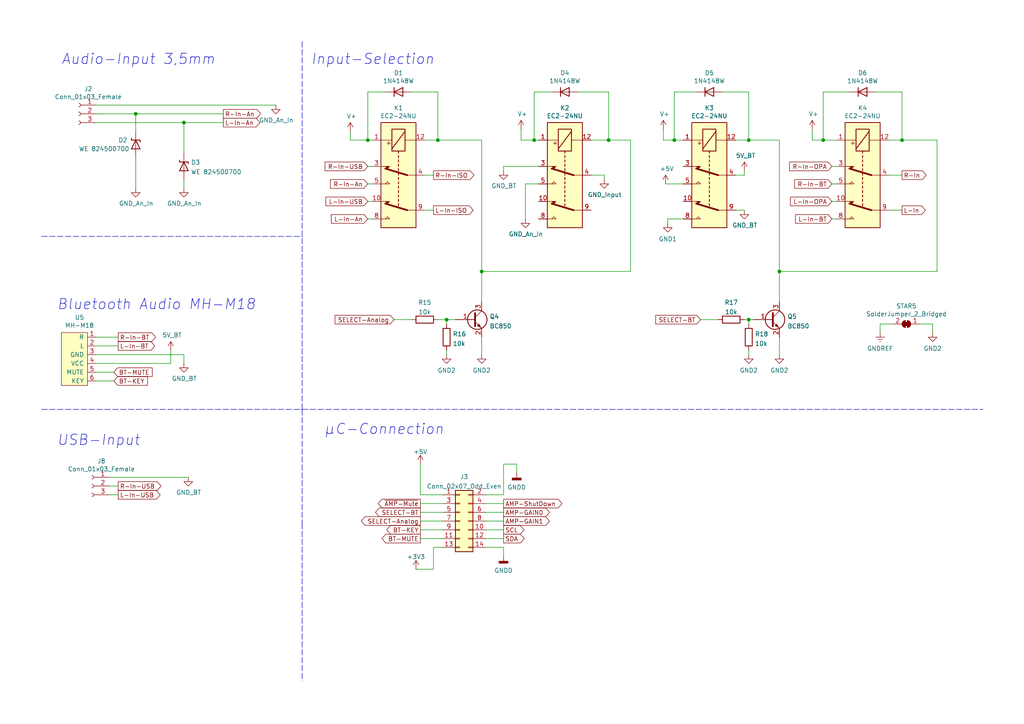
<source format=kicad_sch>
(kicad_sch (version 20211123) (generator eeschema)
  (paper "A4")
  (title_block (date "2020-05-23") (rev "1"))
  (lib_symbols
    (symbol "Connector:Conn_01x03_Female" (pin_names (offset 1.016) hide)
      (property "Reference" "J" (at 0 5.08 0))
      (property "Value" "Conn_01x03_Female" (at 0 -5.08 0))
      (symbol "Conn_01x03_Female_1_1"
        (arc (start 0 -2.032) (mid -0.508 -2.54) (end 0 -3.048) (stroke (width 0.1524)))
        (polyline (pts (xy -1.27 -2.54) (xy -0.508 -2.54)) (stroke (width 0.1524)))
        (polyline (pts (xy -1.27 0) (xy -0.508 0)) (stroke (width 0.1524)))
        (polyline (pts (xy -1.27 2.54) (xy -0.508 2.54)) (stroke (width 0.1524)))
        (arc (start 0 0.508) (mid -0.508 0) (end 0 -0.508) (stroke (width 0.1524)))
        (arc (start 0 3.048) (mid -0.508 2.54) (end 0 2.032) (stroke (width 0.1524)))
        (pin passive line (at -5.08 2.54 0) (length 3.81) (name "Pin_1") (number "1"))
        (pin passive line (at -5.08 0 0) (length 3.81) (name "Pin_2") (number "2"))
        (pin passive line (at -5.08 -2.54 0) (length 3.81) (name "Pin_3") (number "3"))
      )
    )
    (symbol "Connector_Generic:Conn_02x07_Odd_Even" (pin_names (offset 1.016) hide)
      (property "Reference" "J" (at 1.27 10.16 0))
      (property "Value" "Conn_02x07_Odd_Even" (at 1.27 -10.16 0))
      (symbol "Conn_02x07_Odd_Even_1_1"
        (rectangle (start -1.27 -7.493) (end 0 -7.747) (stroke (width 0.1524)))
        (rectangle (start -1.27 -4.953) (end 0 -5.207) (stroke (width 0.1524)))
        (rectangle (start -1.27 -2.413) (end 0 -2.667) (stroke (width 0.1524)))
        (rectangle (start -1.27 0.127) (end 0 -0.127) (stroke (width 0.1524)))
        (rectangle (start -1.27 2.667) (end 0 2.413) (stroke (width 0.1524)))
        (rectangle (start -1.27 5.207) (end 0 4.953) (stroke (width 0.1524)))
        (rectangle (start -1.27 7.747) (end 0 7.493) (stroke (width 0.1524)))
        (rectangle (start -1.27 8.89) (end 3.81 -8.89) (stroke (width 0.254)) (fill (type background)))
        (rectangle (start 3.81 -7.493) (end 2.54 -7.747) (stroke (width 0.1524)))
        (rectangle (start 3.81 -4.953) (end 2.54 -5.207) (stroke (width 0.1524)))
        (rectangle (start 3.81 -2.413) (end 2.54 -2.667) (stroke (width 0.1524)))
        (rectangle (start 3.81 0.127) (end 2.54 -0.127) (stroke (width 0.1524)))
        (rectangle (start 3.81 2.667) (end 2.54 2.413) (stroke (width 0.1524)))
        (rectangle (start 3.81 5.207) (end 2.54 4.953) (stroke (width 0.1524)))
        (rectangle (start 3.81 7.747) (end 2.54 7.493) (stroke (width 0.1524)))
        (pin passive line (at -5.08 7.62 0) (length 3.81) (name "Pin_1") (number "1"))
        (pin passive line (at 7.62 -2.54 180) (length 3.81) (name "Pin_10") (number "10"))
        (pin passive line (at -5.08 -5.08 0) (length 3.81) (name "Pin_11") (number "11"))
        (pin passive line (at 7.62 -5.08 180) (length 3.81) (name "Pin_12") (number "12"))
        (pin passive line (at -5.08 -7.62 0) (length 3.81) (name "Pin_13") (number "13"))
        (pin passive line (at 7.62 -7.62 180) (length 3.81) (name "Pin_14") (number "14"))
        (pin passive line (at 7.62 7.62 180) (length 3.81) (name "Pin_2") (number "2"))
        (pin passive line (at -5.08 5.08 0) (length 3.81) (name "Pin_3") (number "3"))
        (pin passive line (at 7.62 5.08 180) (length 3.81) (name "Pin_4") (number "4"))
        (pin passive line (at -5.08 2.54 0) (length 3.81) (name "Pin_5") (number "5"))
        (pin passive line (at 7.62 2.54 180) (length 3.81) (name "Pin_6") (number "6"))
        (pin passive line (at -5.08 0 0) (length 3.81) (name "Pin_7") (number "7"))
        (pin passive line (at 7.62 0 180) (length 3.81) (name "Pin_8") (number "8"))
        (pin passive line (at -5.08 -2.54 0) (length 3.81) (name "Pin_9") (number "9"))
      )
    )
    (symbol "Device:R" (pin_numbers hide) (pin_names (offset 0))
      (property "Reference" "R" (at 2.032 0 90))
      (property "Value" "R" (at 0 0 90))
      (symbol "R_0_1"
        (rectangle (start -1.016 -2.54) (end 1.016 2.54) (stroke (width 0.254)))
      )
      (symbol "R_1_1"
        (pin passive line (at 0 3.81 270) (length 1.27) (name "~") (number "1"))
        (pin passive line (at 0 -3.81 90) (length 1.27) (name "~") (number "2"))
      )
    )
    (symbol "Diode:1N4148W" (pin_numbers hide) (pin_names (offset 1.016) hide)
      (property "Reference" "D" (at 0 2.54 0))
      (property "Value" "1N4148W" (at 0 -2.54 0))
      (symbol "1N4148W_0_1"
        (polyline (pts (xy -1.27 1.27) (xy -1.27 -1.27)) (stroke (width 0.254)))
        (polyline (pts (xy 1.27 0) (xy -1.27 0)))
        (polyline (pts (xy 1.27 1.27) (xy 1.27 -1.27) (xy -1.27 0) (xy 1.27 1.27)) (stroke (width 0.254)))
      )
      (symbol "1N4148W_1_1"
        (pin passive line (at -3.81 0 0) (length 2.54) (name "K") (number "1"))
        (pin passive line (at 3.81 0 180) (length 2.54) (name "A") (number "2"))
      )
    )
    (symbol "Jumper:SolderJumper_2_Bridged" (pin_names (offset 0) hide)
      (property "Reference" "JP" (at 0 2.032 0))
      (property "Value" "SolderJumper_2_Bridged" (at 0 -2.54 0))
      (symbol "SolderJumper_2_Bridged_0_1"
        (rectangle (start -0.508 0.508) (end 0.508 -0.508) (fill (type outline)))
        (arc (start -0.254 1.016) (mid -1.27 0) (end -0.254 -1.016))
        (arc (start -0.254 1.016) (mid -1.27 0) (end -0.254 -1.016) (fill (type outline)))
        (polyline (pts (xy -0.254 1.016) (xy -0.254 -1.016)))
        (polyline (pts (xy 0.254 1.016) (xy 0.254 -1.016)))
        (arc (start 0.254 -1.016) (mid 1.27 0) (end 0.254 1.016))
        (arc (start 0.254 -1.016) (mid 1.27 0) (end 0.254 1.016) (fill (type outline)))
      )
      (symbol "SolderJumper_2_Bridged_1_1"
        (pin passive line (at -3.81 0 0) (length 2.54) (name "A") (number "1"))
        (pin passive line (at 3.81 0 180) (length 2.54) (name "B") (number "2"))
      )
    )
    (symbol "LagerVerwaltung:D_TVS_UNI" (pin_numbers hide) (pin_names (offset 1.016) hide)
      (property "Reference" "D" (at 0 -1.27 0))
      (property "Value" "D_TVS_UNI" (at 0 -6.35 0))
      (symbol "D_TVS_UNI_0_1"
        (polyline (pts (xy -1.27 -2.54) (xy 1.27 -3.81) (xy -1.27 -5.08) (xy -1.27 -2.54)) (stroke (width 0.254)))
      )
      (symbol "D_TVS_UNI_1_1"
        (polyline (pts (xy 1.27 -3.81) (xy -1.27 -3.81)))
        (polyline (pts (xy 1.778 -2.54) (xy 1.27 -2.54) (xy 1.27 -5.08) (xy 0.762 -5.08)) (stroke (width 0.254)))
        (pin passive line (at 3.81 -3.81 180) (length 2.54) (name "K") (number "1"))
        (pin passive line (at -3.81 -3.81 0) (length 2.54) (name "A") (number "2"))
      )
    )
    (symbol "MyLib:MH-M18" (pin_names (offset 1.016))
      (property "Reference" "U" (at -3.81 11.43 0))
      (property "Value" "MyLib_MH-M18" (at -3.81 8.89 0))
      (symbol "MH-M18_0_1"
        (rectangle (start -3.81 7.62) (end 3.81 -7.62) (fill (type background)))
      )
      (symbol "MH-M18_1_1"
        (pin output line (at 6.35 6.35 180) (length 2.54) (name "R") (number "1"))
        (pin output line (at 6.35 3.81 180) (length 2.54) (name "L") (number "2"))
        (pin power_in line (at 6.35 1.27 180) (length 2.54) (name "GND") (number "3"))
        (pin power_in line (at 6.35 -1.27 180) (length 2.54) (name "VCC") (number "4"))
        (pin input line (at 6.35 -3.81 180) (length 2.54) (name "MUTE") (number "5"))
        (pin input line (at 6.35 -6.35 180) (length 2.54) (name "KEY") (number "6"))
      )
    )
    (symbol "MyLib:V+" (power) (pin_names (offset 0))
      (property "Value" "MyLib_V+" (at 0 3.556 0))
      (symbol "V+_0_1"
        (polyline (pts (xy -0.762 1.27) (xy 0 2.54)))
        (polyline (pts (xy 0 0) (xy 0 2.54)))
        (polyline (pts (xy 0 2.54) (xy 0.762 1.27)))
      )
      (symbol "V+_1_1"
        (pin power_in line (at 0 0 90) (length 0) hide (name "V+") (number "1"))
      )
    )
    (symbol "OfficeAmp:5V_BT" (power) (pin_names (offset 0))
      (property "Value" "5V_BT" (at 0 3.556 0))
      (symbol "5V_BT_0_1"
        (polyline (pts (xy -0.762 1.27) (xy 0 2.54)))
        (polyline (pts (xy 0 0) (xy 0 2.54)))
        (polyline (pts (xy 0 2.54) (xy 0.762 1.27)))
      )
      (symbol "5V_BT_1_1"
        (pin power_in line (at 0 0 90) (length 0) hide (name "5V_BT") (number "1"))
      )
    )
    (symbol "OfficeAmp:GND_An_In" (power) (pin_names (offset 0))
      (property "Value" "GND_An_In" (at 0 -3.81 0))
      (symbol "GND_An_In_0_1"
        (polyline (pts (xy 0 0) (xy 0 -1.27) (xy 1.27 -1.27) (xy 0 -2.54) (xy -1.27 -1.27) (xy 0 -1.27)))
      )
      (symbol "GND_An_In_1_1"
        (pin power_in line (at 0 0 270) (length 0) hide (name "GND_An_In") (number "1"))
      )
    )
    (symbol "OfficeAmp:GND_BT" (power) (pin_names (offset 0))
      (property "Value" "GND_BT" (at 0 -3.81 0))
      (symbol "GND_BT_0_1"
        (polyline (pts (xy 0 0) (xy 0 -1.27) (xy 1.27 -1.27) (xy 0 -2.54) (xy -1.27 -1.27) (xy 0 -1.27)))
      )
      (symbol "GND_BT_1_1"
        (pin power_in line (at 0 0 270) (length 0) hide (name "GND_BT") (number "1"))
      )
    )
    (symbol "OfficeAmp:GND_Input" (power) (pin_names (offset 0))
      (property "Value" "GND_Input" (at 0 -3.81 0))
      (symbol "GND_Input_0_1"
        (polyline (pts (xy 0 0) (xy 0 -1.27) (xy 1.27 -1.27) (xy 0 -2.54) (xy -1.27 -1.27) (xy 0 -1.27)))
      )
      (symbol "GND_Input_1_1"
        (pin power_in line (at 0 0 270) (length 0) hide (name "GND_Input") (number "1"))
      )
    )
    (symbol "OfficeAmp:GND_USB" (power) (pin_names (offset 0))
      (property "Value" "GND_USB" (at 0 -3.81 0))
      (symbol "GND_USB_0_1"
        (polyline (pts (xy 0 0) (xy 0 -1.27) (xy 1.27 -1.27) (xy 0 -2.54) (xy -1.27 -1.27) (xy 0 -1.27)))
      )
      (symbol "GND_USB_1_1"
        (pin power_in line (at 0 0 270) (length 0) hide (name "GND_BT") (number "1"))
      )
    )
    (symbol "Relay:EC2-24NU"
      (property "Reference" "K" (at 15.24 8.89 0))
      (property "Value" "EC2-24NU" (at 19.05 6.35 0))
      (symbol "EC2-24NU_1_1"
        (rectangle (start -15.24 5.08) (end 15.24 -5.08) (stroke (width 0.254)) (fill (type background)))
        (rectangle (start -13.335 1.905) (end -6.985 -1.905) (stroke (width 0.254)))
        (polyline (pts (xy -12.7 -1.905) (xy -7.62 1.905)) (stroke (width 0.254)))
        (polyline (pts (xy -10.16 -5.08) (xy -10.16 -1.905)))
        (polyline (pts (xy -10.16 5.08) (xy -10.16 1.905)))
        (polyline (pts (xy -6.985 0) (xy -6.35 0)) (stroke (width 0.254)))
        (polyline (pts (xy -5.715 0) (xy -5.08 0)) (stroke (width 0.254)))
        (polyline (pts (xy -4.445 0) (xy -3.81 0)) (stroke (width 0.254)))
        (polyline (pts (xy -3.175 0) (xy -2.54 0)) (stroke (width 0.254)))
        (polyline (pts (xy -1.905 0) (xy -1.27 0)) (stroke (width 0.254)))
        (polyline (pts (xy -0.635 0) (xy 0 0)) (stroke (width 0.254)))
        (polyline (pts (xy 0 -2.54) (xy -1.905 3.81)) (stroke (width 0.508)))
        (polyline (pts (xy 0 -2.54) (xy 0 -5.08)))
        (polyline (pts (xy 0.635 0) (xy 1.27 0)) (stroke (width 0.254)))
        (polyline (pts (xy 1.905 0) (xy 2.54 0)) (stroke (width 0.254)))
        (polyline (pts (xy 3.175 0) (xy 3.81 0)) (stroke (width 0.254)))
        (polyline (pts (xy 4.445 0) (xy 5.08 0)) (stroke (width 0.254)))
        (polyline (pts (xy 5.715 0) (xy 6.35 0)) (stroke (width 0.254)))
        (polyline (pts (xy 6.985 0) (xy 7.62 0)) (stroke (width 0.254)))
        (polyline (pts (xy 8.255 0) (xy 8.89 0)) (stroke (width 0.254)))
        (polyline (pts (xy 10.16 -2.54) (xy 8.255 3.81)) (stroke (width 0.508)))
        (polyline (pts (xy 10.16 -2.54) (xy 10.16 -5.08)))
        (polyline (pts (xy -2.54 5.08) (xy -2.54 2.54) (xy -1.905 3.175) (xy -2.54 3.81)) (fill (type outline)))
        (polyline (pts (xy 2.54 5.08) (xy 2.54 2.54) (xy 1.905 3.175) (xy 2.54 3.81)))
        (polyline (pts (xy 7.62 5.08) (xy 7.62 2.54) (xy 8.255 3.175) (xy 7.62 3.81)) (fill (type outline)))
        (polyline (pts (xy 12.7 5.08) (xy 12.7 2.54) (xy 12.065 3.175) (xy 12.7 3.81)))
        (text "+" (at -9.271 2.921 0) (effects (font (size 1.27 1.27))))
        (pin passive line (at -10.16 7.62 270) (length 2.54) (name "~") (number "1"))
        (pin passive line (at 7.62 7.62 270) (length 2.54) (name "~") (number "10"))
        (pin passive line (at -10.16 -7.62 90) (length 2.54) (name "~") (number "12"))
        (pin passive line (at -2.54 7.62 270) (length 2.54) (name "~") (number "3"))
        (pin passive line (at 0 -7.62 90) (length 2.54) (name "~") (number "4"))
        (pin passive line (at 2.54 7.62 270) (length 2.54) (name "~") (number "5"))
        (pin passive line (at 12.7 7.62 270) (length 2.54) (name "~") (number "8"))
        (pin passive line (at 10.16 -7.62 90) (length 2.54) (name "~") (number "9"))
      )
    )
    (symbol "Transistor_BJT:BC850" (pin_names (offset 0) hide)
      (property "Reference" "Q" (at 5.08 1.905 0))
      (property "Value" "BC850" (at 5.08 0 0))
      (symbol "BC850_0_1"
        (polyline (pts (xy 0.635 0.635) (xy 2.54 2.54)))
        (polyline (pts (xy 0.635 -0.635) (xy 2.54 -2.54) (xy 2.54 -2.54)))
        (polyline (pts (xy 0.635 1.905) (xy 0.635 -1.905) (xy 0.635 -1.905)) (stroke (width 0.508)))
        (polyline (pts (xy 1.27 -1.778) (xy 1.778 -1.27) (xy 2.286 -2.286) (xy 1.27 -1.778) (xy 1.27 -1.778)) (fill (type outline)))
        (circle (center 1.27 0) (radius 2.8194) (stroke (width 0.254)))
      )
      (symbol "BC850_1_1"
        (pin input line (at -5.08 0 0) (length 5.715) (name "B") (number "1"))
        (pin passive line (at 2.54 -5.08 90) (length 2.54) (name "E") (number "2"))
        (pin passive line (at 2.54 5.08 270) (length 2.54) (name "C") (number "3"))
      )
    )
    (symbol "power:+3V3" (power) (pin_names (offset 0))
      (property "Value" "+3V3" (at 0 3.556 0))
      (symbol "+3V3_0_1"
        (polyline (pts (xy -0.762 1.27) (xy 0 2.54)))
        (polyline (pts (xy 0 0) (xy 0 2.54)))
        (polyline (pts (xy 0 2.54) (xy 0.762 1.27)))
      )
      (symbol "+3V3_1_1"
        (pin power_in line (at 0 0 90) (length 0) hide (name "+3V3") (number "1"))
      )
    )
    (symbol "power:+5V" (power) (pin_names (offset 0))
      (property "Value" "+5V" (at 0 3.556 0))
      (symbol "+5V_0_1"
        (polyline (pts (xy -0.762 1.27) (xy 0 2.54)))
        (polyline (pts (xy 0 0) (xy 0 2.54)))
        (polyline (pts (xy 0 2.54) (xy 0.762 1.27)))
      )
      (symbol "+5V_1_1"
        (pin power_in line (at 0 0 90) (length 0) hide (name "+5V") (number "1"))
      )
    )
    (symbol "power:GND1" (power) (pin_names (offset 0))
      (property "Value" "GND1" (at 0 -3.81 0))
      (symbol "GND1_0_1"
        (polyline (pts (xy 0 0) (xy 0 -1.27) (xy 1.27 -1.27) (xy 0 -2.54) (xy -1.27 -1.27) (xy 0 -1.27)))
      )
      (symbol "GND1_1_1"
        (pin power_in line (at 0 0 270) (length 0) hide (name "GND1") (number "1"))
      )
    )
    (symbol "power:GND2" (power) (pin_names (offset 0))
      (property "Value" "GND2" (at 0 -3.81 0))
      (symbol "GND2_0_1"
        (polyline (pts (xy 0 0) (xy 0 -1.27) (xy 1.27 -1.27) (xy 0 -2.54) (xy -1.27 -1.27) (xy 0 -1.27)))
      )
      (symbol "GND2_1_1"
        (pin power_in line (at 0 0 270) (length 0) hide (name "GND2") (number "1"))
      )
    )
    (symbol "power:GNDD" (power) (pin_names (offset 0))
      (property "Value" "GNDD" (at 0 -3.175 0))
      (symbol "GNDD_0_1"
        (rectangle (start -1.27 -1.524) (end 1.27 -2.032) (stroke (width 0.254)) (fill (type outline)))
        (polyline (pts (xy 0 0) (xy 0 -1.524)))
      )
      (symbol "GNDD_1_1"
        (pin power_in line (at 0 0 270) (length 0) hide (name "GNDD") (number "1"))
      )
    )
    (symbol "power:GNDREF" (power) (pin_names (offset 0))
      (property "Value" "GNDREF" (at 0 -3.81 0))
      (symbol "GNDREF_0_1"
        (polyline (pts (xy -0.635 -1.905) (xy 0.635 -1.905)))
        (polyline (pts (xy -0.127 -2.54) (xy 0.127 -2.54)))
        (polyline (pts (xy 0 -1.27) (xy 0 0)))
        (polyline (pts (xy 1.27 -1.27) (xy -1.27 -1.27)))
      )
      (symbol "GNDREF_1_1"
        (pin power_in line (at 0 0 270) (length 0) hide (name "GNDREF") (number "1"))
      )
    )
  )
  (junction (at 217.17 40.64))
  (junction (at 154.94 40.64))
  (junction (at 176.53 40.64))
  (junction (at 53.34 35.56))
  (junction (at 106.68 40.64))
  (junction (at 127 40.64))
  (junction (at 195.58 40.64))
  (junction (at 261.62 40.64))
  (junction (at 39.37 33.02))
  (junction (at 217.17 92.71))
  (junction (at 139.7 78.74))
  (junction (at 129.54 92.71))
  (junction (at 226.06 78.74))
  (junction (at 238.76 40.64))
  (polyline (pts (xy 12.065 118.745) (xy 87.63 118.745)))
  (wire (pts (xy 140.97 143.51) (xy 146.05 143.51)))
  (wire (pts (xy 139.7 97.79) (xy 139.7 102.87)))
  (wire (pts (xy 193.04 53.34) (xy 198.12 53.34)))
  (wire (pts (xy 192.405 37.465) (xy 192.405 40.64)))
  (wire (pts (xy 106.68 40.64) (xy 107.95 40.64)))
  (wire (pts (xy 121.92 153.67) (xy 128.27 153.67)))
  (wire (pts (xy 106.68 63.5) (xy 107.95 63.5)))
  (wire (pts (xy 53.34 35.56) (xy 64.77 35.56)))
  (wire (pts (xy 175.26 50.8) (xy 175.26 52.07)))
  (wire (pts (xy 215.9 92.71) (xy 217.17 92.71)))
  (wire (pts (xy 106.68 58.42) (xy 107.95 58.42)))
  (wire (pts (xy 152.4 63.5) (xy 152.4 53.34)))
  (wire (pts (xy 121.92 148.59) (xy 128.27 148.59)))
  (wire (pts (xy 140.97 146.05) (xy 146.05 146.05)))
  (wire (pts (xy 53.34 35.56) (xy 53.34 44.45)))
  (wire (pts (xy 114.3 92.71) (xy 119.38 92.71)))
  (wire (pts (xy 217.17 92.71) (xy 217.17 93.98)))
  (wire (pts (xy 217.17 101.6) (xy 217.17 102.87)))
  (wire (pts (xy 261.62 40.64) (xy 271.78 40.64)))
  (wire (pts (xy 140.97 153.67) (xy 146.05 153.67)))
  (wire (pts (xy 27.94 107.95) (xy 33.02 107.95)))
  (wire (pts (xy 139.7 40.64) (xy 139.7 78.74)))
  (wire (pts (xy 213.36 50.8) (xy 215.9 50.8)))
  (wire (pts (xy 27.94 35.56) (xy 53.34 35.56)))
  (wire (pts (xy 192.405 40.64) (xy 195.58 40.64)))
  (polyline (pts (xy 12.065 68.58) (xy 87.63 68.58)))
  (wire (pts (xy 123.19 60.96) (xy 125.73 60.96)))
  (wire (pts (xy 151.13 40.64) (xy 154.94 40.64)))
  (wire (pts (xy 257.81 60.96) (xy 261.62 60.96)))
  (wire (pts (xy 121.92 151.13) (xy 128.27 151.13)))
  (wire (pts (xy 154.94 26.67) (xy 154.94 40.64)))
  (wire (pts (xy 31.75 138.43) (xy 54.61 138.43)))
  (wire (pts (xy 106.68 26.67) (xy 106.68 40.64)))
  (wire (pts (xy 39.37 54.61) (xy 39.37 45.72)))
  (wire (pts (xy 195.58 26.67) (xy 195.58 40.64)))
  (wire (pts (xy 27.94 97.79) (xy 34.29 97.79)))
  (wire (pts (xy 217.17 40.64) (xy 217.17 26.67)))
  (wire (pts (xy 195.58 40.64) (xy 198.12 40.64)))
  (wire (pts (xy 193.675 64.77) (xy 193.675 63.5)))
  (wire (pts (xy 140.97 158.75) (xy 146.05 158.75)))
  (wire (pts (xy 39.37 33.02) (xy 64.77 33.02)))
  (wire (pts (xy 128.27 143.51) (xy 121.92 143.51)))
  (wire (pts (xy 31.75 140.97) (xy 34.29 140.97)))
  (wire (pts (xy 171.45 50.8) (xy 175.26 50.8)))
  (wire (pts (xy 139.7 78.74) (xy 139.7 87.63)))
  (wire (pts (xy 27.94 33.02) (xy 39.37 33.02)))
  (wire (pts (xy 238.76 26.67) (xy 238.76 40.64)))
  (wire (pts (xy 39.37 33.02) (xy 39.37 38.1)))
  (wire (pts (xy 213.36 40.64) (xy 217.17 40.64)))
  (wire (pts (xy 49.53 105.41) (xy 49.53 101.6)))
  (wire (pts (xy 154.94 40.64) (xy 156.21 40.64)))
  (wire (pts (xy 27.94 105.41) (xy 49.53 105.41)))
  (wire (pts (xy 152.4 53.34) (xy 156.21 53.34)))
  (wire (pts (xy 146.05 49.53) (xy 146.05 48.26)))
  (wire (pts (xy 217.17 40.64) (xy 226.06 40.64)))
  (polyline (pts (xy 87.63 118.745) (xy 285.115 118.745)))
  (wire (pts (xy 203.2 92.71) (xy 208.28 92.71)))
  (wire (pts (xy 27.94 102.87) (xy 53.34 102.87)))
  (wire (pts (xy 241.3 63.5) (xy 242.57 63.5)))
  (wire (pts (xy 271.78 40.64) (xy 271.78 78.74)))
  (wire (pts (xy 241.3 48.26) (xy 242.57 48.26)))
  (wire (pts (xy 53.34 102.87) (xy 53.34 105.41)))
  (wire (pts (xy 241.3 58.42) (xy 242.57 58.42)))
  (wire (pts (xy 154.94 26.67) (xy 160.02 26.67)))
  (wire (pts (xy 271.78 78.74) (xy 226.06 78.74)))
  (wire (pts (xy 257.81 50.8) (xy 261.62 50.8)))
  (wire (pts (xy 241.3 53.34) (xy 242.57 53.34)))
  (wire (pts (xy 140.97 148.59) (xy 146.05 148.59)))
  (wire (pts (xy 270.51 93.98) (xy 270.51 96.52)))
  (wire (pts (xy 149.86 134.62) (xy 149.86 137.16)))
  (wire (pts (xy 215.9 50.8) (xy 215.9 49.53)))
  (wire (pts (xy 127 40.64) (xy 127 26.67)))
  (wire (pts (xy 121.92 143.51) (xy 121.92 134.62)))
  (wire (pts (xy 140.97 151.13) (xy 146.05 151.13)))
  (wire (pts (xy 125.73 158.75) (xy 128.27 158.75)))
  (wire (pts (xy 129.54 92.71) (xy 132.08 92.71)))
  (wire (pts (xy 101.6 38.1) (xy 101.6 40.64)))
  (wire (pts (xy 261.62 40.64) (xy 261.62 26.67)))
  (wire (pts (xy 176.53 40.64) (xy 182.88 40.64)))
  (wire (pts (xy 106.68 48.26) (xy 107.95 48.26)))
  (wire (pts (xy 176.53 26.67) (xy 167.64 26.67)))
  (wire (pts (xy 226.06 40.64) (xy 226.06 78.74)))
  (wire (pts (xy 257.81 40.64) (xy 261.62 40.64)))
  (wire (pts (xy 106.68 53.34) (xy 107.95 53.34)))
  (wire (pts (xy 151.13 37.465) (xy 151.13 40.64)))
  (wire (pts (xy 238.76 40.64) (xy 242.57 40.64)))
  (wire (pts (xy 27.94 30.48) (xy 80.01 30.48)))
  (polyline (pts (xy 87.63 151.765) (xy 87.63 197.485)))
  (wire (pts (xy 129.54 92.71) (xy 129.54 93.98)))
  (polyline (pts (xy 87.63 118.745) (xy 87.63 151.765)))
  (wire (pts (xy 255.27 93.98) (xy 259.08 93.98)))
  (wire (pts (xy 226.06 97.79) (xy 226.06 102.87)))
  (wire (pts (xy 176.53 40.64) (xy 176.53 26.67)))
  (wire (pts (xy 127 40.64) (xy 139.7 40.64)))
  (wire (pts (xy 123.19 40.64) (xy 127 40.64)))
  (wire (pts (xy 266.7 93.98) (xy 270.51 93.98)))
  (wire (pts (xy 129.54 101.6) (xy 129.54 102.87)))
  (wire (pts (xy 27.94 100.33) (xy 34.29 100.33)))
  (wire (pts (xy 53.34 54.61) (xy 53.34 52.07)))
  (wire (pts (xy 146.05 134.62) (xy 149.86 134.62)))
  (wire (pts (xy 106.68 26.67) (xy 111.76 26.67)))
  (wire (pts (xy 146.05 48.26) (xy 156.21 48.26)))
  (wire (pts (xy 127 92.71) (xy 129.54 92.71)))
  (wire (pts (xy 120.65 165.1) (xy 125.73 165.1)))
  (wire (pts (xy 101.6 40.64) (xy 106.68 40.64)))
  (wire (pts (xy 123.19 50.8) (xy 125.73 50.8)))
  (wire (pts (xy 235.585 37.465) (xy 235.585 40.64)))
  (wire (pts (xy 125.73 165.1) (xy 125.73 158.75)))
  (wire (pts (xy 127 26.67) (xy 119.38 26.67)))
  (wire (pts (xy 31.75 143.51) (xy 34.29 143.51)))
  (wire (pts (xy 226.06 78.74) (xy 226.06 87.63)))
  (wire (pts (xy 146.05 143.51) (xy 146.05 134.62)))
  (wire (pts (xy 235.585 40.64) (xy 238.76 40.64)))
  (wire (pts (xy 217.17 92.71) (xy 218.44 92.71)))
  (wire (pts (xy 217.17 26.67) (xy 209.55 26.67)))
  (wire (pts (xy 139.7 78.74) (xy 182.88 78.74)))
  (wire (pts (xy 255.27 96.52) (xy 255.27 93.98)))
  (wire (pts (xy 201.93 26.67) (xy 195.58 26.67)))
  (wire (pts (xy 213.36 60.96) (xy 215.9 60.96)))
  (wire (pts (xy 193.675 63.5) (xy 198.12 63.5)))
  (wire (pts (xy 121.92 146.05) (xy 128.27 146.05)))
  (wire (pts (xy 140.97 156.21) (xy 146.05 156.21)))
  (wire (pts (xy 261.62 26.67) (xy 254 26.67)))
  (polyline (pts (xy 87.63 12.065) (xy 87.63 68.58)))
  (wire (pts (xy 146.05 158.75) (xy 146.05 161.29)))
  (wire (pts (xy 121.92 156.21) (xy 128.27 156.21)))
  (polyline (pts (xy 87.63 118.745) (xy 87.63 68.58)))
  (wire (pts (xy 182.88 40.64) (xy 182.88 78.74)))
  (wire (pts (xy 171.45 40.64) (xy 176.53 40.64)))
  (wire (pts (xy 246.38 26.67) (xy 238.76 26.67)))
  (wire (pts (xy 27.94 110.49) (xy 33.02 110.49)))
  (text "USB-Input" (at 16.51 129.54 0) (effects (font (size 2.9972 2.9972) italic) (justify left bottom)))
  (text "Bluetooth Audio MH-M18" (at 16.51 90.17 0) (effects (font (size 2.9972 2.9972) italic) (justify left bottom)))
  (text "Audio-Input 3,5mm " (at 17.78 19.05 0) (effects (font (size 2.9972 2.9972) italic) (justify left bottom)))
  (text "Input-Selection" (at 90.17 19.05 0) (effects (font (size 2.9972 2.9972) italic) (justify left bottom)))
  (text "µC-Connection" (at 93.98 126.365 0) (effects (font (size 2.9972 2.9972) italic) (justify left bottom)))
  (global_label "L-In-An" (shape output) (at 64.77 35.56 0) (property "Intersheet References" "${INTERSHEET_REFS}" (effects hide)))
  (global_label "SCL" (shape output) (at 146.05 153.67 0) (property "Intersheet References" "${INTERSHEET_REFS}" (effects hide)))
  (global_label "L-In-USB" (shape input) (at 106.68 58.42 180) (property "Intersheet References" "${INTERSHEET_REFS}" (effects hide)))
  (global_label "L-In-BT" (shape output) (at 34.29 100.33 0) (property "Intersheet References" "${INTERSHEET_REFS}" (effects hide)))
  (global_label "L-In-BT" (shape input) (at 241.3 63.5 180) (property "Intersheet References" "${INTERSHEET_REFS}" (effects hide)))
  (global_label "R-In-ISO" (shape output) (at 125.73 50.8 0) (property "Intersheet References" "${INTERSHEET_REFS}" (effects hide)))
  (global_label "R-In-BT" (shape output) (at 34.29 97.79 0) (property "Intersheet References" "${INTERSHEET_REFS}" (effects hide)))
  (global_label "R-In-OPA" (shape input) (at 241.3 48.26 180) (property "Intersheet References" "${INTERSHEET_REFS}" (effects hide)))
  (global_label "L-In-OPA" (shape input) (at 241.3 58.42 180) (property "Intersheet References" "${INTERSHEET_REFS}" (effects hide)))
  (global_label "R-In-USB" (shape output) (at 34.29 140.97 0) (property "Intersheet References" "${INTERSHEET_REFS}" (effects hide)))
  (global_label "AMP-GAIN1" (shape output) (at 146.05 151.13 0) (property "Intersheet References" "${INTERSHEET_REFS}" (effects hide)))
  (global_label "R-In-An" (shape output) (at 64.77 33.02 0) (property "Intersheet References" "${INTERSHEET_REFS}" (effects hide)))
  (global_label "L-In-An" (shape input) (at 106.68 63.5 180) (property "Intersheet References" "${INTERSHEET_REFS}" (effects hide)))
  (global_label "~{AMP-Mute}" (shape output) (at 121.92 146.05 180) (property "Intersheet References" "${INTERSHEET_REFS}" (effects hide)))
  (global_label "SELECT-BT" (shape output) (at 121.92 148.59 180) (property "Intersheet References" "${INTERSHEET_REFS}" (effects hide)))
  (global_label "BT-MUTE" (shape input) (at 33.02 107.95 0) (property "Intersheet References" "${INTERSHEET_REFS}" (effects hide)))
  (global_label "BT-KEY" (shape output) (at 121.92 153.67 180) (property "Intersheet References" "${INTERSHEET_REFS}" (effects hide)))
  (global_label "L-In-USB" (shape output) (at 34.29 143.51 0) (property "Intersheet References" "${INTERSHEET_REFS}" (effects hide)))
  (global_label "AMP-ShutDown" (shape output) (at 146.05 146.05 0) (property "Intersheet References" "${INTERSHEET_REFS}" (effects hide)))
  (global_label "R-In" (shape output) (at 261.62 50.8 0) (property "Intersheet References" "${INTERSHEET_REFS}" (effects hide)))
  (global_label "R-In-An" (shape input) (at 106.68 53.34 180) (property "Intersheet References" "${INTERSHEET_REFS}" (effects hide)))
  (global_label "BT-MUTE" (shape output) (at 121.92 156.21 180) (property "Intersheet References" "${INTERSHEET_REFS}" (effects hide)))
  (global_label "SELECT-Analog" (shape input) (at 114.3 92.71 180) (property "Intersheet References" "${INTERSHEET_REFS}" (effects hide)))
  (global_label "R-In-USB" (shape input) (at 106.68 48.26 180) (property "Intersheet References" "${INTERSHEET_REFS}" (effects hide)))
  (global_label "L-In-ISO" (shape output) (at 125.73 60.96 0) (property "Intersheet References" "${INTERSHEET_REFS}" (effects hide)))
  (global_label "R-In-BT" (shape input) (at 241.3 53.34 180) (property "Intersheet References" "${INTERSHEET_REFS}" (effects hide)))
  (global_label "L-In" (shape output) (at 261.62 60.96 0) (property "Intersheet References" "${INTERSHEET_REFS}" (effects hide)))
  (global_label "SELECT-BT" (shape input) (at 203.2 92.71 180) (property "Intersheet References" "${INTERSHEET_REFS}" (effects hide)))
  (global_label "BT-KEY" (shape input) (at 33.02 110.49 0) (property "Intersheet References" "${INTERSHEET_REFS}" (effects hide)))
  (global_label "SELECT-Analog" (shape output) (at 121.92 151.13 180) (property "Intersheet References" "${INTERSHEET_REFS}" (effects hide)))
  (global_label "AMP-GAIN0" (shape output) (at 146.05 148.59 0) (property "Intersheet References" "${INTERSHEET_REFS}" (effects hide)))
  (global_label "SDA" (shape output) (at 146.05 156.21 0) (property "Intersheet References" "${INTERSHEET_REFS}" (effects hide)))
  (symbol (lib_id "MyLib:MH-M18") (at 21.59 104.14 0) (unit 1)
    (property "Reference" "U5" (at 23.0632 92.075 0))
    (property "Value" "MH-M18" (at 23.0632 94.3864 0))
    (property "Footprint" "MyLib:MH-M18" (effects hide))
  )
  (symbol (lib_id "OfficeAmp:5V_BT") (at 49.53 101.6 0) (unit 1)
    (property "Reference" "#PWR0137" (effects hide))
    (property "Value" "5V_BT" (at 49.911 97.2058 0))
  )
  (symbol (lib_id "Relay:EC2-24NU") (at 115.57 50.8 90) (mirror x) (unit 1)
    (property "Reference" "K1" (at 115.57 31.3182 90))
    (property "Value" "EC2-24NU" (at 115.57 33.6296 90))
    (property "Footprint" "Relay_THT:Relay_DPDT_Kemet_EC2" (effects hide))
    (property "Datasheet" "https://content.kemet.com/datasheets/KEM_R7002_EC2_EE2.pdf" (effects hide))
  )
  (symbol (lib_id "Relay:EC2-24NU") (at 163.83 50.8 90) (mirror x) (unit 1)
    (property "Reference" "K2" (at 163.83 31.3182 90))
    (property "Value" "EC2-24NU" (at 163.83 33.6296 90))
    (property "Footprint" "Relay_THT:Relay_DPDT_Kemet_EC2" (effects hide))
    (property "Datasheet" "https://content.kemet.com/datasheets/KEM_R7002_EC2_EE2.pdf" (effects hide))
  )
  (symbol (lib_id "Relay:EC2-24NU") (at 250.19 50.8 90) (mirror x) (unit 1)
    (property "Reference" "K4" (at 250.19 31.3182 90))
    (property "Value" "EC2-24NU" (at 250.19 33.6296 90))
    (property "Footprint" "Relay_THT:Relay_DPDT_Kemet_EC2" (effects hide))
    (property "Datasheet" "https://content.kemet.com/datasheets/KEM_R7002_EC2_EE2.pdf" (effects hide))
  )
  (symbol (lib_id "Relay:EC2-24NU") (at 205.74 50.8 90) (mirror x) (unit 1)
    (property "Reference" "K3" (at 205.74 31.3182 90))
    (property "Value" "EC2-24NU" (at 205.74 33.6296 90))
    (property "Footprint" "Relay_THT:Relay_DPDT_Kemet_EC2" (effects hide))
    (property "Datasheet" "https://content.kemet.com/datasheets/KEM_R7002_EC2_EE2.pdf" (effects hide))
  )
  (symbol (lib_id "OfficeAmp:GND_USB") (at 146.05 49.53 0) (unit 1)
    (property "Reference" "#PWR021" (effects hide))
    (property "Value" "GND_USB" (at 146.177 53.9242 0))
  )
  (symbol (lib_id "OfficeAmp:GND_Input") (at 175.26 52.07 0) (unit 1)
    (property "Reference" "#PWR024" (effects hide))
    (property "Value" "GND_Input" (at 175.387 56.4642 0))
  )
  (symbol (lib_id "Diode:1N4148W") (at 115.57 26.67 0) (unit 1)
    (property "Reference" "D1" (at 115.57 21.1582 0))
    (property "Value" "1N4148W" (at 115.57 23.4696 0))
    (property "Footprint" "Diode_SMD:D_SOD-123" (effects hide))
    (property "Datasheet" "https://www.vishay.com/docs/85748/1n4148w.pdf" (effects hide))
  )
  (symbol (lib_id "Diode:1N4148W") (at 163.83 26.67 0) (unit 1)
    (property "Reference" "D4" (at 163.83 21.1582 0))
    (property "Value" "1N4148W" (at 163.83 23.4696 0))
    (property "Footprint" "Diode_SMD:D_SOD-123" (effects hide))
    (property "Datasheet" "https://www.vishay.com/docs/85748/1n4148w.pdf" (effects hide))
  )
  (symbol (lib_id "Diode:1N4148W") (at 205.74 26.67 0) (unit 1)
    (property "Reference" "D5" (at 205.74 21.1582 0))
    (property "Value" "1N4148W" (at 205.74 23.4696 0))
    (property "Footprint" "Diode_SMD:D_SOD-123" (effects hide))
    (property "Datasheet" "https://www.vishay.com/docs/85748/1n4148w.pdf" (effects hide))
  )
  (symbol (lib_id "Diode:1N4148W") (at 250.19 26.67 0) (unit 1)
    (property "Reference" "D6" (at 250.19 21.1582 0))
    (property "Value" "1N4148W" (at 250.19 23.4696 0))
    (property "Footprint" "Diode_SMD:D_SOD-123" (effects hide))
    (property "Datasheet" "https://www.vishay.com/docs/85748/1n4148w.pdf" (effects hide))
  )
  (symbol (lib_id "power:+5V") (at 193.04 53.34 0) (unit 1)
    (property "Reference" "#PWR025" (effects hide))
    (property "Value" "+5V" (at 193.421 48.9458 0))
  )
  (symbol (lib_id "OfficeAmp:5V_BT") (at 215.9 49.53 0) (unit 1)
    (property "Reference" "#PWR029" (effects hide))
    (property "Value" "5V_BT" (at 216.281 45.1358 0))
  )
  (symbol (lib_id "MyLib:V+") (at 101.6 38.1 0) (unit 1)
    (property "Reference" "#PWR019" (effects hide))
    (property "Value" "V+" (at 101.981 33.7058 0))
  )
  (symbol (lib_id "OfficeAmp:GND_BT") (at 53.34 105.41 0) (unit 1)
    (property "Reference" "#PWR018" (effects hide))
    (property "Value" "GND_BT" (at 53.467 109.8042 0))
  )
  (symbol (lib_id "OfficeAmp:GND_BT") (at 215.9 60.96 0) (unit 1)
    (property "Reference" "#PWR028" (effects hide))
    (property "Value" "GND_BT" (at 216.027 65.3542 0))
  )
  (symbol (lib_id "Connector:Conn_01x03_Female") (at 22.86 33.02 0) (mirror y) (unit 1)
    (property "Reference" "J2" (at 25.6032 25.781 0))
    (property "Value" "Conn_01x03_Female" (at 25.6032 28.0924 0))
    (property "Footprint" "Connector_PinHeader_2.54mm:PinHeader_1x03_P2.54mm_Vertical" (effects hide))
  )
  (symbol (lib_id "OfficeAmp:GND_An_In") (at 53.34 54.61 0) (unit 1)
    (property "Reference" "#PWR0107" (effects hide))
    (property "Value" "GND_An_In" (at 53.467 59.0042 0))
  )
  (symbol (lib_id "OfficeAmp:GND_An_In") (at 39.37 54.61 0) (unit 1)
    (property "Reference" "#PWR0108" (effects hide))
    (property "Value" "GND_An_In" (at 39.497 59.0042 0))
  )
  (symbol (lib_id "OfficeAmp:GND_An_In") (at 152.4 63.5 0) (unit 1)
    (property "Reference" "#PWR0109" (effects hide))
    (property "Value" "GND_An_In" (at 152.527 67.8942 0))
  )
  (symbol (lib_id "Connector:Conn_01x03_Female") (at 26.67 140.97 0) (mirror y) (unit 1)
    (property "Reference" "J8" (at 29.4132 133.731 0))
    (property "Value" "Conn_01x03_Female" (at 29.4132 136.0424 0))
    (property "Footprint" "Connector_PinHeader_2.54mm:PinHeader_1x03_P2.54mm_Vertical" (effects hide))
  )
  (symbol (lib_id "OfficeAmp:GND_USB") (at 54.61 138.43 0) (unit 1)
    (property "Reference" "#PWR020" (effects hide))
    (property "Value" "GND_USB" (at 54.737 142.8242 0))
  )
  (symbol (lib_id "OfficeAmp:GND_An_In") (at 80.01 30.48 0) (unit 1)
    (property "Reference" "#PWR023" (effects hide))
    (property "Value" "GND_An_In" (at 80.137 34.8742 0))
  )
  (symbol (lib_id "Connector_Generic:Conn_02x07_Odd_Even") (at 133.35 151.13 0) (unit 1)
    (property "Reference" "J3" (at 134.62 138.2735 0))
    (property "Value" "Conn_02x07_Odd_Even" (at 134.62 141.0486 0))
    (property "Footprint" "Connector_IDC:IDC-Header_2x07_P2.54mm_Vertical" (effects hide))
  )
  (symbol (lib_id "power:GND1") (at 193.675 64.77 0) (unit 1)
    (property "Reference" "#PWR053" (effects hide))
    (property "Value" "GND1" (at 193.675 69.3325 0))
  )
  (symbol (lib_id "MyLib:V+") (at 151.13 37.465 0) (unit 1)
    (property "Reference" "#PWR051" (effects hide))
    (property "Value" "V+" (at 151.511 33.0708 0))
  )
  (symbol (lib_id "Transistor_BJT:BC850") (at 223.52 92.71 0) (unit 1)
    (property "Reference" "Q5" (at 228.3714 91.8015 0) (effects (justify left)))
    (property "Value" "BC850" (at 228.3714 94.5766 0) (effects (justify left)))
    (property "Footprint" "Package_TO_SOT_SMD:SOT-23" (effects hide))
    (property "Datasheet" "http://www.infineon.com/dgdl/Infineon-BC847SERIES_BC848SERIES_BC849SERIES_BC850SERIES-DS-v01_01-en.pdf?fileId=db3a304314dca389011541d4630a1657" (effects hide))
  )
  (symbol (lib_id "power:GNDD") (at 146.05 161.29 0) (unit 1)
    (property "Reference" "#PWR0115" (effects hide))
    (property "Value" "GNDD" (at 146.05 165.4715 0))
  )
  (symbol (lib_id "MyLib:V+") (at 192.405 37.465 0) (unit 1)
    (property "Reference" "#PWR052" (effects hide))
    (property "Value" "V+" (at 192.786 33.0708 0))
  )
  (symbol (lib_id "power:GND2") (at 129.54 102.87 0) (unit 1)
    (property "Reference" "#PWR026" (effects hide))
    (property "Value" "GND2" (at 129.54 107.4325 0))
  )
  (symbol (lib_id "power:GND2") (at 217.17 102.87 0) (unit 1)
    (property "Reference" "#PWR030" (effects hide))
    (property "Value" "GND2" (at 217.17 107.4325 0))
  )
  (symbol (lib_id "power:GND2") (at 139.7 102.87 0) (unit 1)
    (property "Reference" "#PWR027" (effects hide))
    (property "Value" "GND2" (at 139.7 107.4325 0))
  )
  (symbol (lib_id "power:+3V3") (at 120.65 165.1 0) (unit 1)
    (property "Reference" "#PWR0118" (effects hide))
    (property "Value" "+3V3" (at 120.65 161.4955 0))
  )
  (symbol (lib_id "Device:R") (at 217.17 97.79 180) (unit 1)
    (property "Reference" "R18" (at 218.948 96.8815 0) (effects (justify right)))
    (property "Value" "10k" (at 218.948 99.6566 0) (effects (justify right)))
    (property "Footprint" "Resistor_SMD:R_0805_2012Metric_Pad1.20x1.40mm_HandSolder" (effects hide))
  )
  (symbol (lib_id "power:GNDREF") (at 255.27 96.52 0) (unit 1)
    (property "Reference" "#PWR0113" (effects hide))
    (property "Value" "GNDREF" (at 255.27 101.0825 0))
  )
  (symbol (lib_id "power:GND2") (at 226.06 102.87 0) (unit 1)
    (property "Reference" "#PWR033" (effects hide))
    (property "Value" "GND2" (at 226.06 107.4325 0))
  )
  (symbol (lib_id "Device:R") (at 123.19 92.71 90) (unit 1)
    (property "Reference" "R15" (at 123.19 87.7275 90))
    (property "Value" "10k" (at 123.19 90.5026 90))
    (property "Footprint" "Resistor_SMD:R_0805_2012Metric_Pad1.20x1.40mm_HandSolder" (effects hide))
  )
  (symbol (lib_id "LagerVerwaltung:D_TVS_UNI") (at 49.53 48.26 90) (unit 1)
    (property "Reference" "D3" (at 55.372 47.0975 90) (effects (justify right)))
    (property "Value" "WE 824500700" (at 55.372 49.8726 90) (effects (justify right)))
    (property "Footprint" "Diode_SMD:D_SMA_Handsoldering" (effects hide))
  )
  (symbol (lib_id "Device:R") (at 212.09 92.71 90) (unit 1)
    (property "Reference" "R17" (at 212.09 87.7275 90))
    (property "Value" "10k" (at 212.09 90.5026 90))
    (property "Footprint" "Resistor_SMD:R_0805_2012Metric_Pad1.20x1.40mm_HandSolder" (effects hide))
  )
  (symbol (lib_id "MyLib:V+") (at 235.585 37.465 0) (unit 1)
    (property "Reference" "#PWR054" (effects hide))
    (property "Value" "V+" (at 235.966 33.0708 0))
  )
  (symbol (lib_id "power:GND2") (at 270.51 96.52 0) (unit 1)
    (property "Reference" "#PWR0112" (effects hide))
    (property "Value" "GND2" (at 270.51 101.0825 0))
  )
  (symbol (lib_id "LagerVerwaltung:D_TVS_UNI") (at 35.56 41.91 90) (unit 1)
    (property "Reference" "D2" (at 34.29 40.64 90) (effects (justify right)))
    (property "Value" "WE 824500700" (at 22.86 43.18 90) (effects (justify right)))
    (property "Footprint" "Diode_SMD:D_SMA_Handsoldering" (effects hide))
  )
  (symbol (lib_id "Jumper:SolderJumper_2_Bridged") (at 262.89 93.98 0) (mirror y) (unit 1)
    (property "Reference" "STAR5" (at 262.89 88.773 0))
    (property "Value" "SolderJumper_2_Bridged" (at 262.89 91.0844 0))
    (property "Footprint" "Jumper:SolderJumper-2_P1.3mm_Bridged_RoundedPad1.0x1.5mm" (effects hide))
  )
  (symbol (lib_id "power:GNDD") (at 149.86 137.16 0) (unit 1)
    (property "Reference" "#PWR0114" (effects hide))
    (property "Value" "GNDD" (at 149.86 141.3415 0))
  )
  (symbol (lib_id "power:+5V") (at 121.92 134.62 0) (unit 1)
    (property "Reference" "#PWR0116" (effects hide))
    (property "Value" "+5V" (at 121.92 131.0155 0))
  )
  (symbol (lib_id "Transistor_BJT:BC850") (at 137.16 92.71 0) (unit 1)
    (property "Reference" "Q4" (at 142.0114 91.8015 0) (effects (justify left)))
    (property "Value" "BC850" (at 142.0114 94.5766 0) (effects (justify left)))
    (property "Footprint" "Package_TO_SOT_SMD:SOT-23" (effects hide))
    (property "Datasheet" "http://www.infineon.com/dgdl/Infineon-BC847SERIES_BC848SERIES_BC849SERIES_BC850SERIES-DS-v01_01-en.pdf?fileId=db3a304314dca389011541d4630a1657" (effects hide))
  )
  (symbol (lib_id "Device:R") (at 129.54 97.79 180) (unit 1)
    (property "Reference" "R16" (at 131.318 96.8815 0) (effects (justify right)))
    (property "Value" "10k" (at 131.318 99.6566 0) (effects (justify right)))
    (property "Footprint" "Resistor_SMD:R_0805_2012Metric_Pad1.20x1.40mm_HandSolder" (effects hide))
  )
)
</source>
